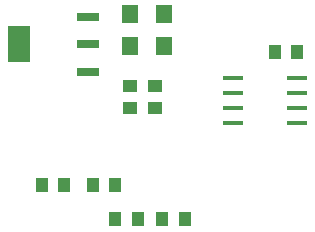
<source format=gbr>
G04 DipTrace 4.0.0.2*
G04 TopPaste.gbr*
%MOIN*%
G04 #@! TF.FileFunction,Paste,Top*
G04 #@! TF.Part,Single*
%ADD38R,0.07086X0.015742*%
%ADD40R,0.076766X0.120073*%
%ADD42R,0.076766X0.029522*%
%ADD48R,0.051175X0.043301*%
%ADD54R,0.043301X0.051175*%
%ADD56R,0.055112X0.062986*%
%FSLAX26Y26*%
G04*
G70*
G90*
G75*
G01*
G04 TopPaste*
%LPD*%
D56*
X955067Y1787451D3*
X844831D3*
X955067Y1681200D3*
X844831D3*
D54*
X1399949Y1662451D3*
X1325146D3*
D48*
X843701Y1474951D3*
Y1549754D3*
X924951Y1474951D3*
Y1549754D3*
D54*
X549951Y1218700D3*
X624754D3*
X793700Y1218701D3*
X718897Y1218699D3*
X868700Y1106200D3*
X793897D3*
X1024949D3*
X950146D3*
D42*
X701624Y1596899D3*
Y1687451D3*
Y1778002D3*
D40*
X473277Y1687451D3*
D38*
X1187451Y1574951D3*
Y1524951D3*
Y1474951D3*
Y1424951D3*
X1400049D3*
Y1474951D3*
Y1524951D3*
Y1574951D3*
M02*

</source>
